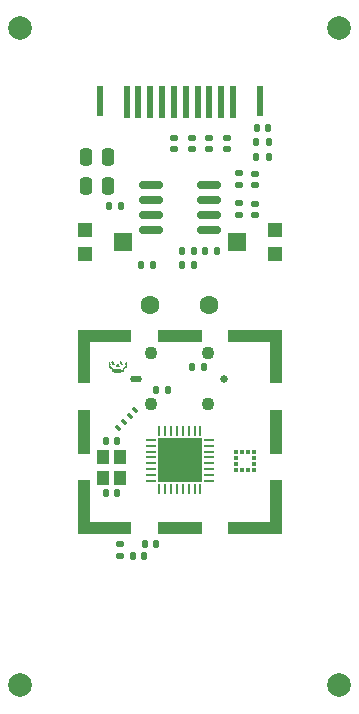
<source format=gbr>
%TF.GenerationSoftware,KiCad,Pcbnew,8.0.1*%
%TF.CreationDate,2025-06-23T19:48:13+12:00*%
%TF.ProjectId,panelrev2,70616e65-6c72-4657-9632-2e6b69636164,rev?*%
%TF.SameCoordinates,Original*%
%TF.FileFunction,Soldermask,Top*%
%TF.FilePolarity,Negative*%
%FSLAX46Y46*%
G04 Gerber Fmt 4.6, Leading zero omitted, Abs format (unit mm)*
G04 Created by KiCad (PCBNEW 8.0.1) date 2025-06-23 19:48:13*
%MOMM*%
%LPD*%
G01*
G04 APERTURE LIST*
G04 Aperture macros list*
%AMRoundRect*
0 Rectangle with rounded corners*
0 $1 Rounding radius*
0 $2 $3 $4 $5 $6 $7 $8 $9 X,Y pos of 4 corners*
0 Add a 4 corners polygon primitive as box body*
4,1,4,$2,$3,$4,$5,$6,$7,$8,$9,$2,$3,0*
0 Add four circle primitives for the rounded corners*
1,1,$1+$1,$2,$3*
1,1,$1+$1,$4,$5*
1,1,$1+$1,$6,$7*
1,1,$1+$1,$8,$9*
0 Add four rect primitives between the rounded corners*
20,1,$1+$1,$2,$3,$4,$5,0*
20,1,$1+$1,$4,$5,$6,$7,0*
20,1,$1+$1,$6,$7,$8,$9,0*
20,1,$1+$1,$8,$9,$2,$3,0*%
G04 Aperture macros list end*
%ADD10C,0.000000*%
%ADD11R,1.000000X1.150000*%
%ADD12RoundRect,0.147500X0.172500X-0.147500X0.172500X0.147500X-0.172500X0.147500X-0.172500X-0.147500X0*%
%ADD13RoundRect,0.135000X0.135000X0.185000X-0.135000X0.185000X-0.135000X-0.185000X0.135000X-0.185000X0*%
%ADD14C,2.000000*%
%ADD15RoundRect,0.135000X-0.135000X-0.185000X0.135000X-0.185000X0.135000X0.185000X-0.135000X0.185000X0*%
%ADD16C,1.600000*%
%ADD17R,1.200000X1.200000*%
%ADD18R,1.500000X1.600000*%
%ADD19RoundRect,0.140000X0.140000X0.170000X-0.140000X0.170000X-0.140000X-0.170000X0.140000X-0.170000X0*%
%ADD20RoundRect,0.062500X0.062500X-0.337500X0.062500X0.337500X-0.062500X0.337500X-0.062500X-0.337500X0*%
%ADD21RoundRect,0.062500X0.337500X-0.062500X0.337500X0.062500X-0.337500X0.062500X-0.337500X-0.062500X0*%
%ADD22R,3.700000X3.700000*%
%ADD23RoundRect,0.075000X-0.070711X0.176777X-0.176777X0.070711X0.070711X-0.176777X0.176777X-0.070711X0*%
%ADD24RoundRect,0.140000X-0.170000X0.140000X-0.170000X-0.140000X0.170000X-0.140000X0.170000X0.140000X0*%
%ADD25RoundRect,0.140000X-0.140000X-0.170000X0.140000X-0.170000X0.140000X0.170000X-0.140000X0.170000X0*%
%ADD26RoundRect,0.250000X0.250000X0.475000X-0.250000X0.475000X-0.250000X-0.475000X0.250000X-0.475000X0*%
%ADD27RoundRect,0.147500X0.147500X0.172500X-0.147500X0.172500X-0.147500X-0.172500X0.147500X-0.172500X0*%
%ADD28RoundRect,0.150000X-0.825000X-0.150000X0.825000X-0.150000X0.825000X0.150000X-0.825000X0.150000X0*%
%ADD29R,0.500000X2.800000*%
%ADD30R,0.600000X2.600000*%
%ADD31R,1.000000X1.000000*%
%ADD32R,1.000000X3.550000*%
%ADD33R,1.000000X3.800000*%
%ADD34R,3.550000X1.000000*%
%ADD35R,3.800000X1.000000*%
%ADD36RoundRect,0.140000X0.170000X-0.140000X0.170000X0.140000X-0.170000X0.140000X-0.170000X-0.140000X0*%
%ADD37RoundRect,0.147500X-0.147500X-0.172500X0.147500X-0.172500X0.147500X0.172500X-0.147500X0.172500X0*%
%ADD38R,0.350000X0.375000*%
%ADD39R,0.375000X0.350000*%
%ADD40RoundRect,0.135000X0.185000X-0.135000X0.185000X0.135000X-0.185000X0.135000X-0.185000X-0.135000X0*%
%ADD41RoundRect,0.075000X0.070711X-0.176777X0.176777X-0.070711X-0.070711X0.176777X-0.176777X0.070711X0*%
%ADD42C,0.660000*%
%ADD43O,1.000000X0.580000*%
%ADD44C,1.100000*%
G04 APERTURE END LIST*
D10*
%TO.C,REF\u002A\u002A*%
G36*
X143441975Y-50659050D02*
G01*
X143445733Y-50659879D01*
X143470114Y-50667144D01*
X143491596Y-50677687D01*
X143507342Y-50688631D01*
X143516443Y-50696288D01*
X143525165Y-50704812D01*
X143533925Y-50714767D01*
X143543143Y-50726715D01*
X143553237Y-50741220D01*
X143564626Y-50758847D01*
X143577729Y-50780158D01*
X143587475Y-50796440D01*
X143606122Y-50826012D01*
X143624356Y-50850961D01*
X143642723Y-50871784D01*
X143661764Y-50888978D01*
X143682024Y-50903040D01*
X143704045Y-50914467D01*
X143725739Y-50922881D01*
X143742806Y-50928638D01*
X143728054Y-50942121D01*
X143708473Y-50956764D01*
X143685465Y-50968334D01*
X143665014Y-50975063D01*
X143653060Y-50977176D01*
X143637522Y-50978538D01*
X143619840Y-50979160D01*
X143601453Y-50979052D01*
X143583800Y-50978226D01*
X143568322Y-50976691D01*
X143556457Y-50974459D01*
X143555739Y-50974259D01*
X143536392Y-50967526D01*
X143518412Y-50958557D01*
X143500873Y-50946733D01*
X143482850Y-50931436D01*
X143464527Y-50913218D01*
X143444157Y-50889677D01*
X143428384Y-50866399D01*
X143416828Y-50842430D01*
X143409112Y-50816815D01*
X143404857Y-50788599D01*
X143403675Y-50759596D01*
X143404245Y-50735505D01*
X143406045Y-50715126D01*
X143409261Y-50697070D01*
X143414080Y-50679948D01*
X143414484Y-50678744D01*
X143418405Y-50667759D01*
X143421924Y-50661015D01*
X143426233Y-50657795D01*
X143432520Y-50657379D01*
X143441975Y-50659050D01*
G37*
G36*
X142756116Y-50641840D02*
G01*
X142765153Y-50645119D01*
X142776191Y-50649876D01*
X142787983Y-50655533D01*
X142799283Y-50661511D01*
X142808845Y-50667231D01*
X142811514Y-50669039D01*
X142827156Y-50681044D01*
X142842135Y-50694618D01*
X142856939Y-50710337D01*
X142872055Y-50728780D01*
X142887971Y-50750527D01*
X142905173Y-50776154D01*
X142915691Y-50792640D01*
X142933773Y-50820988D01*
X142949774Y-50845099D01*
X142964009Y-50865366D01*
X142976789Y-50882178D01*
X142988429Y-50895926D01*
X142999243Y-50907001D01*
X143009543Y-50915792D01*
X143019643Y-50922691D01*
X143020477Y-50923188D01*
X143027568Y-50927631D01*
X143032400Y-50931165D01*
X143033789Y-50932735D01*
X143031657Y-50936284D01*
X143025731Y-50941445D01*
X143016940Y-50947644D01*
X143006217Y-50954302D01*
X142994492Y-50960845D01*
X142982697Y-50966695D01*
X142971762Y-50971276D01*
X142971240Y-50971466D01*
X142964416Y-50973746D01*
X142957736Y-50975412D01*
X142950161Y-50976580D01*
X142940649Y-50977361D01*
X142928161Y-50977870D01*
X142911658Y-50978219D01*
X142908833Y-50978263D01*
X142888853Y-50978399D01*
X142873378Y-50978091D01*
X142861720Y-50977305D01*
X142853190Y-50976007D01*
X142850517Y-50975342D01*
X142825705Y-50965647D01*
X142801219Y-50950771D01*
X142784937Y-50937850D01*
X142762206Y-50915872D01*
X142744086Y-50893343D01*
X142730565Y-50870693D01*
X142724094Y-50856813D01*
X142719293Y-50843546D01*
X142715889Y-50829614D01*
X142713607Y-50813736D01*
X142712173Y-50794636D01*
X142711655Y-50782554D01*
X142711372Y-50757027D01*
X142712594Y-50735212D01*
X142715505Y-50715786D01*
X142720286Y-50697423D01*
X142725338Y-50683225D01*
X142730151Y-50672068D01*
X142735569Y-50661233D01*
X142740989Y-50651745D01*
X142745811Y-50644633D01*
X142749430Y-50640923D01*
X142750325Y-50640619D01*
X142756116Y-50641840D01*
G37*
G36*
X143268745Y-50849781D02*
G01*
X143282911Y-50852004D01*
X143295189Y-50856535D01*
X143306848Y-50864074D01*
X143319155Y-50875322D01*
X143323756Y-50880163D01*
X143341812Y-50903080D01*
X143357605Y-50930075D01*
X143370889Y-50960423D01*
X143381417Y-50993401D01*
X143388944Y-51028284D01*
X143393223Y-51064349D01*
X143394139Y-51087261D01*
X143394202Y-51102111D01*
X143393989Y-51112875D01*
X143393369Y-51120668D01*
X143392211Y-51126612D01*
X143390383Y-51131824D01*
X143388412Y-51136094D01*
X143381569Y-51146664D01*
X143371956Y-51157189D01*
X143361028Y-51166369D01*
X143350241Y-51172902D01*
X143345058Y-51174854D01*
X143331016Y-51176892D01*
X143314561Y-51176554D01*
X143297804Y-51174049D01*
X143282854Y-51169585D01*
X143280235Y-51168460D01*
X143269309Y-51163911D01*
X143260841Y-51162010D01*
X143252813Y-51162759D01*
X143243210Y-51166160D01*
X143237944Y-51168507D01*
X143227902Y-51172500D01*
X143217926Y-51174850D01*
X143205792Y-51176016D01*
X143200518Y-51176233D01*
X143189166Y-51176266D01*
X143178836Y-51175726D01*
X143171385Y-51174724D01*
X143170196Y-51174417D01*
X143161585Y-51170055D01*
X143151755Y-51162486D01*
X143142085Y-51153018D01*
X143133950Y-51142959D01*
X143129793Y-51136034D01*
X143127360Y-51130606D01*
X143125692Y-51125264D01*
X143124654Y-51118890D01*
X143124114Y-51110363D01*
X143123937Y-51098564D01*
X143123960Y-51087261D01*
X143125131Y-51056797D01*
X143128523Y-51028975D01*
X143134473Y-51001578D01*
X143139726Y-50983416D01*
X143144915Y-50967346D01*
X143149241Y-50955467D01*
X143153181Y-50946933D01*
X143157213Y-50940902D01*
X143161816Y-50936530D01*
X143167467Y-50932974D01*
X143168670Y-50932336D01*
X143183903Y-50922047D01*
X143198725Y-50907621D01*
X143212187Y-50890100D01*
X143221589Y-50874072D01*
X143227578Y-50862908D01*
X143232852Y-50855433D01*
X143238621Y-50851024D01*
X143246092Y-50849059D01*
X143256476Y-50848915D01*
X143268745Y-50849781D01*
G37*
G36*
X144045869Y-50685260D02*
G01*
X144043504Y-50729146D01*
X144040722Y-50768450D01*
X144037473Y-50803788D01*
X144033706Y-50835773D01*
X144033510Y-50837245D01*
X144030716Y-50858506D01*
X144028672Y-50875526D01*
X144027368Y-50889220D01*
X144026792Y-50900500D01*
X144026936Y-50910279D01*
X144027789Y-50919471D01*
X144029339Y-50928989D01*
X144031578Y-50939744D01*
X144032311Y-50943034D01*
X144034841Y-50954878D01*
X144036661Y-50965268D01*
X144037886Y-50975499D01*
X144038626Y-50986864D01*
X144038996Y-51000657D01*
X144039106Y-51018172D01*
X144039108Y-51021164D01*
X144038684Y-51049023D01*
X144037292Y-51072849D01*
X144034738Y-51093756D01*
X144030832Y-51112861D01*
X144025381Y-51131280D01*
X144018195Y-51150129D01*
X144016133Y-51154973D01*
X144005274Y-51176527D01*
X143991475Y-51197414D01*
X143974044Y-51218595D01*
X143958692Y-51234732D01*
X143948845Y-51244374D01*
X143939572Y-51252892D01*
X143930141Y-51260819D01*
X143919822Y-51268688D01*
X143907885Y-51277032D01*
X143893599Y-51286384D01*
X143876233Y-51297276D01*
X143855747Y-51309823D01*
X143836295Y-51321928D01*
X143820916Y-51332409D01*
X143809065Y-51342046D01*
X143800196Y-51351624D01*
X143793764Y-51361923D01*
X143789223Y-51373726D01*
X143786028Y-51387816D01*
X143783633Y-51404975D01*
X143782584Y-51414757D01*
X143780253Y-51435185D01*
X143777639Y-51451726D01*
X143774396Y-51465700D01*
X143770176Y-51478427D01*
X143764633Y-51491228D01*
X143760057Y-51500402D01*
X143746968Y-51521729D01*
X143730233Y-51542863D01*
X143710841Y-51562899D01*
X143689781Y-51580929D01*
X143668041Y-51596047D01*
X143646608Y-51607346D01*
X143641029Y-51609614D01*
X143623432Y-51615017D01*
X143603209Y-51619229D01*
X143582894Y-51621793D01*
X143570661Y-51622359D01*
X143554062Y-51622450D01*
X143530034Y-51645421D01*
X143509266Y-51663356D01*
X143488380Y-51677193D01*
X143466336Y-51687368D01*
X143442096Y-51694317D01*
X143414619Y-51698477D01*
X143401051Y-51699547D01*
X143368694Y-51699709D01*
X143337799Y-51696329D01*
X143309209Y-51689566D01*
X143283767Y-51679581D01*
X143276712Y-51675890D01*
X143266482Y-51671115D01*
X143257736Y-51669762D01*
X143248651Y-51671875D01*
X143238598Y-51676824D01*
X143215552Y-51687199D01*
X143188906Y-51694656D01*
X143159455Y-51699066D01*
X143127997Y-51700301D01*
X143101553Y-51698883D01*
X143074431Y-51694523D01*
X143049241Y-51686555D01*
X143025185Y-51674595D01*
X143001462Y-51658257D01*
X142981339Y-51640991D01*
X142961392Y-51622450D01*
X142945759Y-51622450D01*
X142928077Y-51621291D01*
X142908301Y-51618126D01*
X142888921Y-51613424D01*
X142877202Y-51609572D01*
X142853738Y-51598376D01*
X142830470Y-51582860D01*
X142808195Y-51563880D01*
X142787708Y-51542290D01*
X142769806Y-51518946D01*
X142755285Y-51494701D01*
X142744943Y-51470411D01*
X142743613Y-51466190D01*
X142741770Y-51458240D01*
X142739718Y-51446543D01*
X142737682Y-51432543D01*
X142735888Y-51417683D01*
X142735543Y-51414385D01*
X142733559Y-51397016D01*
X142731154Y-51382538D01*
X142727845Y-51370327D01*
X142723150Y-51359757D01*
X142716587Y-51350203D01*
X142707673Y-51341041D01*
X142695926Y-51331646D01*
X142680864Y-51321392D01*
X142662004Y-51309656D01*
X142648401Y-51301484D01*
X142626306Y-51287975D01*
X142607914Y-51275903D01*
X142592210Y-51264498D01*
X142578178Y-51252989D01*
X142564805Y-51240606D01*
X142554553Y-51230237D01*
X142540415Y-51214998D01*
X142529305Y-51201700D01*
X142520227Y-51188978D01*
X142512187Y-51175465D01*
X142506116Y-51163741D01*
X142497104Y-51143591D01*
X142490150Y-51123369D01*
X142485067Y-51102075D01*
X142481665Y-51078714D01*
X142479758Y-51052287D01*
X142479157Y-51021798D01*
X142479157Y-51020850D01*
X142479282Y-51001756D01*
X142479692Y-50986666D01*
X142480476Y-50974381D01*
X142481728Y-50963700D01*
X142483538Y-50953424D01*
X142484710Y-50947929D01*
X142487953Y-50932484D01*
X142490088Y-50919352D01*
X142491151Y-50907165D01*
X142491177Y-50894555D01*
X142490200Y-50880152D01*
X142488255Y-50862589D01*
X142487110Y-50853573D01*
X142485180Y-50838685D01*
X142483424Y-50825078D01*
X142481980Y-50813827D01*
X142480988Y-50806009D01*
X142480664Y-50803389D01*
X142481223Y-50796702D01*
X142484828Y-50788789D01*
X142488911Y-50782554D01*
X142501862Y-50765109D01*
X142516696Y-50746618D01*
X142532171Y-50728545D01*
X142547044Y-50712352D01*
X142556865Y-50702505D01*
X142566865Y-50693250D01*
X142577233Y-50684161D01*
X142587203Y-50675852D01*
X142596006Y-50668935D01*
X142602876Y-50664023D01*
X142607047Y-50661731D01*
X142607863Y-50661739D01*
X142608354Y-50664544D01*
X142609091Y-50671679D01*
X142610000Y-50682273D01*
X142611004Y-50695459D01*
X142611807Y-50707029D01*
X142614868Y-50745692D01*
X142618884Y-50785062D01*
X142623655Y-50823423D01*
X142628976Y-50859060D01*
X142631464Y-50873571D01*
X142634647Y-50892170D01*
X142636673Y-50906683D01*
X142637548Y-50918103D01*
X142637278Y-50927423D01*
X142635868Y-50935633D01*
X142633324Y-50943727D01*
X142631902Y-50947373D01*
X142624195Y-50969046D01*
X142619544Y-50989448D01*
X142617585Y-51010713D01*
X142617760Y-51030885D01*
X142618801Y-51047452D01*
X142620512Y-51060753D01*
X142623208Y-51072719D01*
X142626090Y-51082052D01*
X142632063Y-51098329D01*
X142638418Y-51112032D01*
X142645821Y-51123889D01*
X142654941Y-51134628D01*
X142666442Y-51144976D01*
X142680993Y-51155663D01*
X142699260Y-51167414D01*
X142710560Y-51174253D01*
X142735465Y-51189453D01*
X142756557Y-51203143D01*
X142774749Y-51215997D01*
X142790955Y-51228692D01*
X142806090Y-51241902D01*
X142819470Y-51254711D01*
X142834552Y-51270907D01*
X142846474Y-51286778D01*
X142855655Y-51303319D01*
X142862511Y-51321528D01*
X142867460Y-51342398D01*
X142870921Y-51366927D01*
X142872186Y-51380421D01*
X142873564Y-51394173D01*
X142875308Y-51407151D01*
X142877191Y-51417859D01*
X142878915Y-51424609D01*
X142886247Y-51441357D01*
X142895194Y-51455274D01*
X142905194Y-51465751D01*
X142915682Y-51472179D01*
X142924599Y-51474003D01*
X142930563Y-51473574D01*
X142935295Y-51471872D01*
X142939087Y-51468277D01*
X142942231Y-51462168D01*
X142945021Y-51452925D01*
X142947749Y-51439928D01*
X142950708Y-51422555D01*
X142951636Y-51416708D01*
X142954205Y-51401199D01*
X142956823Y-51386863D01*
X142959279Y-51374756D01*
X142961361Y-51365931D01*
X142962586Y-51362017D01*
X142967841Y-51353026D01*
X142975864Y-51343264D01*
X142985104Y-51334348D01*
X142994007Y-51327893D01*
X142996646Y-51326561D01*
X143004483Y-51324558D01*
X143015557Y-51323374D01*
X143027958Y-51323040D01*
X143039774Y-51323585D01*
X143049094Y-51325040D01*
X143051251Y-51325708D01*
X143058187Y-51329721D01*
X143066631Y-51336537D01*
X143075057Y-51344722D01*
X143081944Y-51352841D01*
X143084834Y-51357330D01*
X143087274Y-51365698D01*
X143088392Y-51378773D01*
X143088202Y-51396226D01*
X143086714Y-51417729D01*
X143083942Y-51442953D01*
X143080719Y-51466190D01*
X143077612Y-51487122D01*
X143075319Y-51503551D01*
X143073850Y-51516118D01*
X143073215Y-51525468D01*
X143073422Y-51532243D01*
X143074482Y-51537085D01*
X143076404Y-51540638D01*
X143079198Y-51543544D01*
X143081905Y-51545710D01*
X143088963Y-51550035D01*
X143098889Y-51554826D01*
X143109557Y-51559061D01*
X143109761Y-51559132D01*
X143120759Y-51562503D01*
X143130488Y-51564163D01*
X143140473Y-51564095D01*
X143152236Y-51562282D01*
X143167299Y-51558707D01*
X143168125Y-51558492D01*
X143174604Y-51556881D01*
X143179836Y-51555415D01*
X143183954Y-51553560D01*
X143187091Y-51550785D01*
X143189379Y-51546555D01*
X143190950Y-51540337D01*
X143191938Y-51531599D01*
X143192475Y-51519808D01*
X143192693Y-51504431D01*
X143192726Y-51484933D01*
X143192705Y-51460783D01*
X143192705Y-51459664D01*
X143192803Y-51430912D01*
X143193097Y-51407193D01*
X143193585Y-51388545D01*
X143194266Y-51375006D01*
X143195139Y-51366616D01*
X143195648Y-51364359D01*
X143199552Y-51356975D01*
X143206322Y-51347993D01*
X143214621Y-51338894D01*
X143223114Y-51331159D01*
X143229687Y-51326654D01*
X143237105Y-51324456D01*
X143248749Y-51323204D01*
X143258476Y-51322952D01*
X143269788Y-51323145D01*
X143277643Y-51323983D01*
X143283784Y-51325852D01*
X143289957Y-51329142D01*
X143291965Y-51330393D01*
X143304011Y-51339742D01*
X143314136Y-51350846D01*
X143321129Y-51362267D01*
X143322960Y-51367226D01*
X143323585Y-51372041D01*
X143324154Y-51381378D01*
X143324647Y-51394547D01*
X143325046Y-51410861D01*
X143325333Y-51429632D01*
X143325488Y-51450173D01*
X143325511Y-51461229D01*
X143325479Y-51485390D01*
X143325489Y-51504888D01*
X143325713Y-51520264D01*
X143326325Y-51532062D01*
X143327495Y-51540825D01*
X143329398Y-51547095D01*
X143332205Y-51551416D01*
X143336089Y-51554330D01*
X143341223Y-51556380D01*
X143347779Y-51558110D01*
X143355929Y-51560062D01*
X143357002Y-51560332D01*
X143368416Y-51563042D01*
X143376732Y-51564354D01*
X143383835Y-51564388D01*
X143391609Y-51563265D01*
X143394400Y-51562711D01*
X143411451Y-51557962D01*
X143425676Y-51551502D01*
X143436465Y-51543759D01*
X143443211Y-51535160D01*
X143445325Y-51526885D01*
X143444937Y-51521665D01*
X143443859Y-51512258D01*
X143442214Y-51499617D01*
X143440128Y-51484700D01*
X143437724Y-51468462D01*
X143437512Y-51467065D01*
X143433755Y-51440045D01*
X143431180Y-51416114D01*
X143429862Y-51396049D01*
X143429699Y-51387863D01*
X143429699Y-51359832D01*
X143443100Y-51345169D01*
X143450676Y-51337433D01*
X143457988Y-51330889D01*
X143463529Y-51326877D01*
X143463805Y-51326729D01*
X143471295Y-51324512D01*
X143482079Y-51323278D01*
X143494336Y-51323032D01*
X143506242Y-51323782D01*
X143515976Y-51325531D01*
X143518980Y-51326566D01*
X143526915Y-51331514D01*
X143536050Y-51339452D01*
X143544943Y-51348880D01*
X143552149Y-51358300D01*
X143555647Y-51364621D01*
X143557294Y-51370172D01*
X143559479Y-51379823D01*
X143561990Y-51392520D01*
X143564617Y-51407210D01*
X143566601Y-51419312D01*
X143569470Y-51436392D01*
X143572230Y-51450640D01*
X143574734Y-51461387D01*
X143576833Y-51467959D01*
X143577663Y-51469446D01*
X143583777Y-51472994D01*
X143592523Y-51473828D01*
X143602102Y-51471966D01*
X143608293Y-51469099D01*
X143614343Y-51464078D01*
X143621025Y-51456600D01*
X143624524Y-51451803D01*
X143632519Y-51438042D01*
X143638359Y-51423656D01*
X143642448Y-51407287D01*
X143645191Y-51387577D01*
X143645867Y-51380137D01*
X143648213Y-51356720D01*
X143651222Y-51337436D01*
X143655177Y-51321224D01*
X143660365Y-51307023D01*
X143667071Y-51293771D01*
X143670684Y-51287794D01*
X143684630Y-51268751D01*
X143702577Y-51249519D01*
X143724753Y-51229906D01*
X143751387Y-51209724D01*
X143782707Y-51188784D01*
X143810496Y-51171826D01*
X143829250Y-51160403D01*
X143844000Y-51150471D01*
X143855499Y-51141397D01*
X143864498Y-51132549D01*
X143871750Y-51123294D01*
X143875756Y-51116978D01*
X143888689Y-51089990D01*
X143897030Y-51061151D01*
X143900737Y-51031148D01*
X143899765Y-51000669D01*
X143894074Y-50970399D01*
X143886328Y-50947373D01*
X143881163Y-50927798D01*
X143880791Y-50906511D01*
X143885182Y-50883768D01*
X143894307Y-50859826D01*
X143897075Y-50854173D01*
X143902058Y-50843936D01*
X143908358Y-50830315D01*
X143915325Y-50814751D01*
X143922310Y-50798686D01*
X143925786Y-50790485D01*
X143935710Y-50767193D01*
X143944241Y-50748034D01*
X143951760Y-50732247D01*
X143958648Y-50719067D01*
X143965289Y-50707733D01*
X143972064Y-50697480D01*
X143973022Y-50696121D01*
X143989233Y-50677016D01*
X144007397Y-50662566D01*
X144027320Y-50652905D01*
X144038808Y-50649714D01*
X144047621Y-50647865D01*
X144045869Y-50685260D01*
G37*
%TD*%
D11*
%TO.C,Y1*%
X142000000Y-58775000D03*
X142000000Y-60525000D03*
X143400000Y-60525000D03*
X143400000Y-58775000D03*
%TD*%
D12*
%TO.C,D6*%
X151000000Y-32735000D03*
X151000000Y-31765000D03*
%TD*%
D13*
%TO.C,R23*%
X156010000Y-33350000D03*
X154990000Y-33350000D03*
%TD*%
D14*
%TO.C,KiKit_TO_4*%
X162000000Y-78100000D03*
%TD*%
D13*
%TO.C,R24*%
X156010000Y-32150000D03*
X154990000Y-32150000D03*
%TD*%
D15*
%TO.C,R13*%
X149490000Y-51150000D03*
X150510000Y-51150000D03*
%TD*%
D12*
%TO.C,D4*%
X149500000Y-32735000D03*
X149500000Y-31765000D03*
%TD*%
D16*
%TO.C,C5*%
X151000000Y-45950000D03*
X146000000Y-45950000D03*
%TD*%
D13*
%TO.C,R3*%
X149710000Y-41300000D03*
X148690000Y-41300000D03*
%TD*%
D17*
%TO.C,RV2*%
X140450000Y-39600000D03*
D18*
X143700000Y-40600000D03*
D17*
X140450000Y-41600000D03*
%TD*%
D14*
%TO.C,KiKit_TO_2*%
X162000000Y-22500000D03*
%TD*%
D19*
%TO.C,C12*%
X143180000Y-61850000D03*
X142220000Y-61850000D03*
%TD*%
D20*
%TO.C,U5*%
X146750000Y-61520000D03*
X147250000Y-61520000D03*
X147750000Y-61520000D03*
X148250000Y-61520000D03*
X148750000Y-61520000D03*
X149250000Y-61520000D03*
X149750000Y-61520000D03*
X150250000Y-61520000D03*
D21*
X150950000Y-60820000D03*
X150950000Y-60320000D03*
X150950000Y-59820000D03*
X150950000Y-59320000D03*
X150950000Y-58820000D03*
X150950000Y-58320000D03*
X150950000Y-57820000D03*
X150950000Y-57320000D03*
D20*
X150250000Y-56620000D03*
X149750000Y-56620000D03*
X149250000Y-56620000D03*
X148750000Y-56620000D03*
X148250000Y-56620000D03*
X147750000Y-56620000D03*
X147250000Y-56620000D03*
X146750000Y-56620000D03*
D21*
X146050000Y-57320000D03*
X146050000Y-57820000D03*
X146050000Y-58320000D03*
X146050000Y-58820000D03*
X146050000Y-59320000D03*
X146050000Y-59820000D03*
X146050000Y-60320000D03*
X146050000Y-60820000D03*
D22*
X148500000Y-59070000D03*
%TD*%
D17*
%TO.C,RV1*%
X156550000Y-41600000D03*
D18*
X153300000Y-40600000D03*
D17*
X156550000Y-39600000D03*
%TD*%
D12*
%TO.C,D5*%
X148000000Y-32735000D03*
X148000000Y-31765000D03*
%TD*%
D19*
%TO.C,C11*%
X143180000Y-57450000D03*
X142220000Y-57450000D03*
%TD*%
D23*
%TO.C,D15*%
X144737437Y-54812563D03*
X144242463Y-55307537D03*
%TD*%
D15*
%TO.C,R2*%
X148690000Y-42500000D03*
X149710000Y-42500000D03*
%TD*%
%TO.C,R4*%
X150590000Y-41300000D03*
X151610000Y-41300000D03*
%TD*%
D24*
%TO.C,C9*%
X153500000Y-34770000D03*
X153500000Y-35730000D03*
%TD*%
D25*
%TO.C,C21*%
X145520000Y-66150000D03*
X146480000Y-66150000D03*
%TD*%
D26*
%TO.C,C10*%
X142450000Y-33350000D03*
X140550000Y-33350000D03*
%TD*%
D27*
%TO.C,L4*%
X145485000Y-67150000D03*
X144515000Y-67150000D03*
%TD*%
D28*
%TO.C,U1*%
X146025000Y-35745000D03*
X146025000Y-37015000D03*
X146025000Y-38285000D03*
X146025000Y-39555000D03*
X150975000Y-39555000D03*
X150975000Y-38285000D03*
X150975000Y-37015000D03*
X150975000Y-35745000D03*
%TD*%
D15*
%TO.C,R17*%
X145190000Y-42500000D03*
X146210000Y-42500000D03*
%TD*%
D26*
%TO.C,C8*%
X142450000Y-35850000D03*
X140550000Y-35850000D03*
%TD*%
D14*
%TO.C,KiKit_TO_1*%
X135000000Y-22500000D03*
%TD*%
D29*
%TO.C,J3*%
X153000000Y-28700000D03*
X152000000Y-28700000D03*
X151000000Y-28700000D03*
X150000000Y-28700000D03*
X149000000Y-28700000D03*
X148000000Y-28700000D03*
X147000000Y-28700000D03*
X146000000Y-28700000D03*
X145000000Y-28700000D03*
X144000000Y-28700000D03*
D30*
X155275000Y-28600000D03*
X141725000Y-28600000D03*
%TD*%
D13*
%TO.C,R12*%
X147510000Y-53150000D03*
X146490000Y-53150000D03*
%TD*%
D31*
%TO.C,J1*%
X140350000Y-48500000D03*
D32*
X140350000Y-50775000D03*
D33*
X140350000Y-56650000D03*
D32*
X140350000Y-62525000D03*
D31*
X140350000Y-64800000D03*
D34*
X142625000Y-48500000D03*
X142625000Y-64800000D03*
D35*
X148500000Y-48500000D03*
X148500000Y-64800000D03*
D34*
X154375000Y-48500000D03*
X154375000Y-64800000D03*
D31*
X156650000Y-48500000D03*
D32*
X156650000Y-50775000D03*
D33*
X156650000Y-56650000D03*
D32*
X156650000Y-62525000D03*
D31*
X156650000Y-64800000D03*
%TD*%
D13*
%TO.C,R16*%
X143510000Y-37500000D03*
X142490000Y-37500000D03*
%TD*%
D12*
%TO.C,D7*%
X152500000Y-32735000D03*
X152500000Y-31765000D03*
%TD*%
D36*
%TO.C,C23*%
X143450000Y-67130000D03*
X143450000Y-66170000D03*
%TD*%
D37*
%TO.C,D16*%
X155015000Y-30950000D03*
X155985000Y-30950000D03*
%TD*%
D14*
%TO.C,KiKit_TO_3*%
X135000000Y-78100000D03*
%TD*%
D38*
%TO.C,U4*%
X154750000Y-58387500D03*
X154250000Y-58387500D03*
X153750000Y-58387500D03*
X153250000Y-58387500D03*
D39*
X153237500Y-58900000D03*
X153237500Y-59400000D03*
D38*
X153250000Y-59912500D03*
X153750000Y-59912500D03*
X154250000Y-59912500D03*
X154750000Y-59912500D03*
D39*
X154762500Y-59400000D03*
X154762500Y-58900000D03*
%TD*%
D36*
%TO.C,C1*%
X154850000Y-38280000D03*
X154850000Y-37320000D03*
%TD*%
D40*
%TO.C,R6*%
X153500000Y-38310000D03*
X153500000Y-37290000D03*
%TD*%
D24*
%TO.C,C2*%
X154850000Y-34790000D03*
X154850000Y-35750000D03*
%TD*%
D41*
%TO.C,D14*%
X143252513Y-56297487D03*
X143747487Y-55802513D03*
%TD*%
D42*
%TO.C,J5*%
X152250000Y-52150000D03*
D43*
X144750000Y-52150000D03*
D44*
X150900000Y-54300000D03*
X150900000Y-50000000D03*
X146100000Y-54300000D03*
X146100000Y-50000000D03*
%TD*%
M02*

</source>
